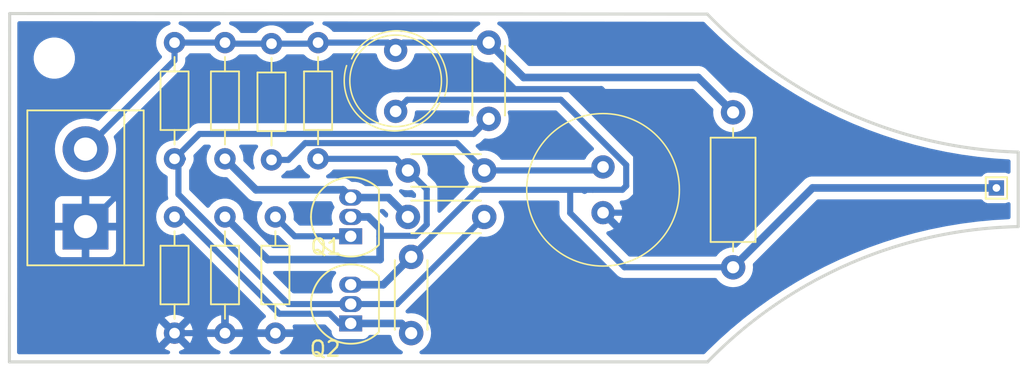
<source format=kicad_pcb>
(kicad_pcb (version 20240108) (generator "pcbnew") (generator_version "8.0")
  (layers (0 "F.Cu" signal) (31 "B.Cu" signal) (34 "B.Paste" user) (35 "F.Paste" user) (36 "B.SilkS" user "B.Silkscreen") (37 "F.SilkS" user "F.Silkscreen") (38 "B.Mask" user) (39 "F.Mask" user) (44 "Edge.Cuts" user))
  (net 0 "")
  (net 1 "Net-(Q1-B)")
  (net 2 "Net-(MK1-+)")
  (net 3 "Net-(Q2-B)")
  (net 4 "Net-(Q1-C)")
  (net 5 "Net-(J2-Pin_1)")
  (net 6 "Net-(Q2-E)")
  (net 7 "Net-(J1-Pin_2)")
  (net 8 "GND")
  (net 9 "Net-(Q1-E)")
  (footprint "Audio_Module:Microphone electret" (layer "F.Cu") (at 148.59 93.472 90)
    (property "Reference" "MK1" (hide yes))
    (property "Value" "Microphone")
    (fp_circle (center 0 -7.5) (end 5 -7.5) (stroke (width 0.1)) (fill none) (layer "F.SilkS"))
    (pad "1" thru_hole circle (at -1.5 -7.5 90) (size 1.524 1.524) (drill 0.762) (layers "*.Cu" "*.Mask") (net 8 "GND"))
    (pad "2" thru_hole circle (at 1.5 -7.5 90) (size 1.524 1.524) (drill 0.762) (layers "*.Cu" "*.Mask") (net 2 "Net-(MK1-+)"))
  )
  (footprint "TestPoint:TestPoint_THTPad_1.0x1.0mm_Drill0.5mm" (layer "F.Cu") (at 166.85 93.35)
    (property "Reference" "J2" (hide yes))
    (property "Value" "Antenna")
    (fp_line (start -0.7 -0.7) (end 0.7 -0.7) (stroke (width 0.12)) (layer "F.SilkS"))
    (fp_line (start -0.7 0.7) (end -0.7 -0.7) (stroke (width 0.12)) (layer "F.SilkS"))
    (fp_line (start 0.7 -0.7) (end 0.7 0.7) (stroke (width 0.12)) (layer "F.SilkS"))
    (fp_line (start 0.7 0.7) (end -0.7 0.7) (stroke (width 0.12)) (layer "F.SilkS"))
    (pad "1" thru_hole rect (at 0 0) (size 1 1) (drill 0.5) (layers "*.Cu" "*.Mask") (net 5 "Net-(J2-Pin_1)"))
  )
  (footprint "Package_TO_SOT_THT:TO-92_Inline" (layer "F.Cu") (at 124.566 96.52 90)
    (property "Reference" "Q1" (at -0.68 -1.625 180) (layer "F.SilkS"))
    (property "Value" "2N3904")
    (fp_line (start -0.53 1.85) (end 3.07 1.85) (stroke (width 0.12)) (layer "F.SilkS"))
    (fp_arc (start 1.27 -2.6) (mid 3.672087 -0.994977) (end 3.108478 1.838478) (stroke (width 0.12)) (layer "F.SilkS"))
    (fp_arc (start -0.568478 1.838478) (mid -1.132087 -0.994977) (end 1.27 -2.6) (stroke (width 0.12)) (layer "F.SilkS"))
    (pad "1" thru_hole rect (at 0 0 90) (size 1.05 1.5) (drill 0.75) (layers "*.Cu" "*.Mask") (net 9 "Net-(Q1-E)"))
    (pad "2" thru_hole oval (at 1.27 0 90) (size 1.05 1.5) (drill 0.75) (layers "*.Cu" "*.Mask") (net 1 "Net-(Q1-B)"))
    (pad "3" thru_hole oval (at 2.54 0 90) (size 1.05 1.5) (drill 0.75) (layers "*.Cu" "*.Mask") (net 4 "Net-(Q1-C)"))
  )
  (footprint "Capacitor_THT:caps_trimmer" (layer "F.Cu") (at 123.008 86.328 -90)
    (property "Reference" "C5" (hide yes))
    (property "Value" "4-40pF")
    (fp_arc (start -1.443033 -1.615802) (mid -3.046704 -5.796552) (end 1 -7.713482) (stroke (width 0.1)) (layer "F.SilkS"))
    (fp_arc (start 1.443033 -7.384197) (mid 3.046703 -3.203448) (end -1 -1.286519) (stroke (width 0.1)) (layer "F.SilkS"))
    (fp_circle (center 0 -4.5) (end 3 -4.5) (stroke (width 0.1)) (fill none) (layer "F.SilkS"))
    (pad "1" thru_hole circle (at -2 -4.5 270) (size 1.524 1.524) (drill 0.762) (layers "*.Cu" "*.Mask") (net 7 "Net-(J1-Pin_2)"))
    (pad "2" thru_hole circle (at 2 -4.5 270) (size 1.524 1.524) (drill 0.762) (layers "*.Cu" "*.Mask") (net 5 "Net-(J2-Pin_1)"))
  )
  (footprint "Capacitor_THT:C_Disc_D4.3mm_W1.9mm_P5.00mm" (layer "F.Cu") (at 128.31 95.25)
    (property "Reference" "C2" (hide yes))
    (property "Value" "0.1uF")
    (fp_line (start 0.23 -1.07) (end 0.23 -1.055) (stroke (width 0.12)) (layer "F.SilkS"))
    (fp_line (start 0.23 -1.07) (end 4.77 -1.07) (stroke (width 0.12)) (layer "F.SilkS"))
    (fp_line (start 0.23 1.055) (end 0.23 1.07) (stroke (width 0.12)) (layer "F.SilkS"))
    (fp_line (start 0.23 1.07) (end 4.77 1.07) (stroke (width 0.12)) (layer "F.SilkS"))
    (fp_line (start 4.77 -1.07) (end 4.77 -1.055) (stroke (width 0.12)) (layer "F.SilkS"))
    (fp_line (start 4.77 1.055) (end 4.77 1.07) (stroke (width 0.12)) (layer "F.SilkS"))
    (pad "1" thru_hole circle (at 0 0) (size 1.6 1.6) (drill 0.8) (layers "*.Cu" "*.Mask") (net 4 "Net-(Q1-C)"))
    (pad "2" thru_hole circle (at 5 0) (size 1.6 1.6) (drill 0.8) (layers "*.Cu" "*.Mask") (net 3 "Net-(Q2-B)"))
  )
  (footprint "Capacitor_THT:C_Disc_D4.3mm_W1.9mm_P5.00mm" (layer "F.Cu") (at 133.31 92.202 180)
    (property "Reference" "C1" (hide yes))
    (property "Value" "0.1uF")
    (fp_line (start 4.77 1.055) (end 4.77 1.07) (stroke (width 0.12)) (layer "F.SilkS"))
    (fp_line (start 4.77 -1.07) (end 4.77 -1.055) (stroke (width 0.12)) (layer "F.SilkS"))
    (fp_line (start 0.23 1.07) (end 4.77 1.07) (stroke (width 0.12)) (layer "F.SilkS"))
    (fp_line (start 0.23 1.055) (end 0.23 1.07) (stroke (width 0.12)) (layer "F.SilkS"))
    (fp_line (start 0.23 -1.07) (end 4.77 -1.07) (stroke (width 0.12)) (layer "F.SilkS"))
    (fp_line (start 0.23 -1.07) (end 0.23 -1.055) (stroke (width 0.12)) (layer "F.SilkS"))
    (pad "1" thru_hole circle (at 0 0 180) (size 1.6 1.6) (drill 0.8) (layers "*.Cu" "*.Mask") (net 2 "Net-(MK1-+)"))
    (pad "2" thru_hole circle (at 5 0 180) (size 1.6 1.6) (drill 0.8) (layers "*.Cu" "*.Mask") (net 1 "Net-(Q1-B)"))
  )
  (footprint "MountingHole:MountingHole_2.2mm_M2" (layer "F.Cu") (at 105.156 84.836)
    (property "Reference" "H1" (hide yes))
    (property "Value" "MountingHole" (hide yes))
    (pad "" np_thru_hole circle (at 0 0) (size 2.2 2.2) (drill 2.2) (layers "*.Cu" "*.Mask"))
  )
  (footprint "Resistor_THT:R_Axial_DIN0204_L3.6mm_D1.6mm_P7.62mm_Horizontal" (layer "F.Cu") (at 116.332 83.82 -90)
    (property "Reference" "R3" (hide yes))
    (property "Value" "10K")
    (fp_line (start 1.89 0.92) (end 5.73 0.92) (stroke (width 0.12)) (layer "F.SilkS"))
    (fp_line (start 5.73 0.92) (end 5.73 -0.92) (stroke (width 0.12)) (layer "F.SilkS"))
    (fp_line (start 0.94 0) (end 1.89 0) (stroke (width 0.12)) (layer "F.SilkS"))
    (fp_line (start 6.68 0) (end 5.73 0) (stroke (width 0.12)) (layer "F.SilkS"))
    (fp_line (start 1.89 -0.92) (end 1.89 0.92) (stroke (width 0.12)) (layer "F.SilkS"))
    (fp_line (start 5.73 -0.92) (end 1.89 -0.92) (stroke (width 0.12)) (layer "F.SilkS"))
    (pad "1" thru_hole circle (at 0 0 270) (size 1.4 1.4) (drill 0.7) (layers "*.Cu" "*.Mask") (net 7 "Net-(J1-Pin_2)"))
    (pad "2" thru_hole oval (at 7.62 0 270) (size 1.4 1.4) (drill 0.7) (layers "*.Cu" "*.Mask") (net 4 "Net-(Q1-C)"))
  )
  (footprint "Resistor_THT:R_Axial_DIN0204_L3.6mm_D1.6mm_P7.62mm_Horizontal" (layer "F.Cu") (at 116.332 95.25 -90)
    (property "Reference" "R6" (hide yes))
    (property "Value" "100K")
    (fp_line (start 1.89 0.92) (end 5.73 0.92) (stroke (width 0.12)) (layer "F.SilkS"))
    (fp_line (start 5.73 0.92) (end 5.73 -0.92) (stroke (width 0.12)) (layer "F.SilkS"))
    (fp_line (start 0.94 0) (end 1.89 0) (stroke (width 0.12)) (layer "F.SilkS"))
    (fp_line (start 6.68 0) (end 5.73 0) (stroke (width 0.12)) (layer "F.SilkS"))
    (fp_line (start 1.89 -0.92) (end 1.89 0.92) (stroke (width 0.12)) (layer "F.SilkS"))
    (fp_line (start 5.73 -0.92) (end 1.89 -0.92) (stroke (width 0.12)) (layer "F.SilkS"))
    (pad "1" thru_hole circle (at 0 0 270) (size 1.4 1.4) (drill 0.7) (layers "*.Cu" "*.Mask") (net 1 "Net-(Q1-B)"))
    (pad "2" thru_hole oval (at 7.62 0 270) (size 1.4 1.4) (drill 0.7) (layers "*.Cu" "*.Mask") (net 8 "GND"))
  )
  (footprint "Resistor_THT:R_Axial_DIN0204_L3.6mm_D1.6mm_P7.62mm_Horizontal" (layer "F.Cu") (at 119.38 83.89 -90)
    (property "Reference" "R1" (hide yes))
    (property "Value" "10K")
    (fp_line (start 1.89 0.92) (end 5.73 0.92) (stroke (width 0.12)) (layer "F.SilkS"))
    (fp_line (start 5.73 0.92) (end 5.73 -0.92) (stroke (width 0.12)) (layer "F.SilkS"))
    (fp_line (start 0.94 0) (end 1.89 0) (stroke (width 0.12)) (layer "F.SilkS"))
    (fp_line (start 6.68 0) (end 5.73 0) (stroke (width 0.12)) (layer "F.SilkS"))
    (fp_line (start 1.89 -0.92) (end 1.89 0.92) (stroke (width 0.12)) (layer "F.SilkS"))
    (fp_line (start 5.73 -0.92) (end 1.89 -0.92) (stroke (width 0.12)) (layer "F.SilkS"))
    (pad "1" thru_hole circle (at 0 0 270) (size 1.4 1.4) (drill 0.7) (layers "*.Cu" "*.Mask") (net 7 "Net-(J1-Pin_2)"))
    (pad "2" thru_hole oval (at 7.62 0 270) (size 1.4 1.4) (drill 0.7) (layers "*.Cu" "*.Mask") (net 2 "Net-(MK1-+)"))
  )
  (footprint "Capacitor_THT:C_Disc_D4.3mm_W1.9mm_P5.00mm" (layer "F.Cu") (at 128.524 97.87 -90)
    (property "Reference" "C3" (hide yes))
    (property "Value" "4.7pF")
    (fp_line (start 0.23 1.07) (end 4.77 1.07) (stroke (width 0.12)) (layer "F.SilkS"))
    (fp_line (start 0.23 1.055) (end 0.23 1.07) (stroke (width 0.12)) (layer "F.SilkS"))
    (fp_line (start 4.77 1.055) (end 4.77 1.07) (stroke (width 0.12)) (layer "F.SilkS"))
    (fp_line (start 0.23 -1.07) (end 0.23 -1.055) (stroke (width 0.12)) (layer "F.SilkS"))
    (fp_line (start 0.23 -1.07) (end 4.77 -1.07) (stroke (width 0.12)) (layer "F.SilkS"))
    (fp_line (start 4.77 -1.07) (end 4.77 -1.055) (stroke (width 0.12)) (layer "F.SilkS"))
    (pad "1" thru_hole circle (at 0 0 270) (size 1.6 1.6) (drill 0.8) (layers "*.Cu" "*.Mask") (net 5 "Net-(J2-Pin_1)"))
    (pad "2" thru_hole circle (at 5 0 270) (size 1.6 1.6) (drill 0.8) (layers "*.Cu" "*.Mask") (net 6 "Net-(Q2-E)"))
  )
  (footprint "Inductor_THT:L_Axial_L6.6mm_D2.7mm_P10.16mm_Horizontal_Vishay_IM-2" (layer "F.Cu") (at 149.606 88.392 -90)
    (property "Reference" "L1" (hide yes))
    (property "Value" "0.1uH")
    (fp_line (start 1.66 1.47) (end 8.5 1.47) (stroke (width 0.12)) (layer "F.SilkS"))
    (fp_line (start 8.5 1.47) (end 8.5 -1.47) (stroke (width 0.12)) (layer "F.SilkS"))
    (fp_line (start 1.04 0) (end 1.66 0) (stroke (width 0.12)) (layer "F.SilkS"))
    (fp_line (start 9.12 0) (end 8.5 0) (stroke (width 0.12)) (layer "F.SilkS"))
    (fp_line (start 1.66 -1.47) (end 1.66 1.47) (stroke (width 0.12)) (layer "F.SilkS"))
    (fp_line (start 8.5 -1.47) (end 1.66 -1.47) (stroke (width 0.12)) (layer "F.SilkS"))
    (pad "1" thru_hole circle (at 0 0 270) (size 1.6 1.6) (drill 0.8) (layers "*.Cu" "*.Mask") (net 7 "Net-(J1-Pin_2)"))
    (pad "2" thru_hole oval (at 10.16 0 270) (size 1.6 1.6) (drill 0.8) (layers "*.Cu" "*.Mask") (net 5 "Net-(J2-Pin_1)"))
  )
  (footprint "Resistor_THT:R_Axial_DIN0204_L3.6mm_D1.6mm_P7.62mm_Horizontal" (layer "F.Cu") (at 122.428 83.82 -90)
    (property "Reference" "R2" (hide yes))
    (property "Value" "1M")
    (fp_line (start 1.89 0.92) (end 5.73 0.92) (stroke (width 0.12)) (layer "F.SilkS"))
    (fp_line (start 5.73 0.92) (end 5.73 -0.92) (stroke (width 0.12)) (layer "F.SilkS"))
    (fp_line (start 0.94 0) (end 1.89 0) (stroke (width 0.12)) (layer "F.SilkS"))
    (fp_line (start 6.68 0) (end 5.73 0) (stroke (width 0.12)) (layer "F.SilkS"))
    (fp_line (start 1.89 -0.92) (end 1.89 0.92) (stroke (width 0.12)) (layer "F.SilkS"))
    (fp_line (start 5.73 -0.92) (end 1.89 -0.92) (stroke (width 0.12)) (layer "F.SilkS"))
    (pad "1" thru_hole circle (at 0 0 270) (size 1.4 1.4) (drill 0.7) (layers "*.Cu" "*.Mask") (net 7 "Net-(J1-Pin_2)"))
    (pad "2" thru_hole oval (at 7.62 0 270) (size 1.4 1.4) (drill 0.7) (layers "*.Cu" "*.Mask") (net 1 "Net-(Q1-B)"))
  )
  (footprint "Resistor_THT:R_Axial_DIN0204_L3.6mm_D1.6mm_P7.62mm_Horizontal" (layer "F.Cu") (at 113.03 102.87 90)
    (property "Reference" "R7" (hide yes))
    (property "Value" "1K")
    (fp_line (start 5.73 -0.92) (end 1.89 -0.92) (stroke (width 0.12)) (layer "F.SilkS"))
    (fp_line (start 1.89 -0.92) (end 1.89 0.92) (stroke (width 0.12)) (layer "F.SilkS"))
    (fp_line (start 6.68 0) (end 5.73 0) (stroke (width 0.12)) (layer "F.SilkS"))
    (fp_line (start 0.94 0) (end 1.89 0) (stroke (width 0.12)) (layer "F.SilkS"))
    (fp_line (start 5.73 0.92) (end 5.73 -0.92) (stroke (width 0.12)) (layer "F.SilkS"))
    (fp_line (start 1.89 0.92) (end 5.73 0.92) (stroke (width 0.12)) (layer "F.SilkS"))
    (pad "1" thru_hole circle (at 0 0 90) (size 1.4 1.4) (drill 0.7) (layers "*.Cu" "*.Mask") (net 8 "GND"))
    (pad "2" thru_hole oval (at 7.62 0 90) (size 1.4 1.4) (drill 0.7) (layers "*.Cu" "*.Mask") (net 6 "Net-(Q2-E)"))
  )
  (footprint "TerminalBlock:TerminalBlock_bornier-2_P5.08mm" (layer "F.Cu") (at 107.2 95.885 90)
    (property "Reference" "J1" (hide yes))
    (property "Value" "Vin-9V")
    (fp_line (start 7.62 -3.81) (end -2.54 -3.81) (stroke (width 0.12)) (layer "F.SilkS"))
    (fp_line (start -2.54 -3.81) (end -2.54 3.81) (stroke (width 0.12)) (layer "F.SilkS"))
    (fp_line (start 7.62 2.54) (end -2.54 2.54) (stroke (width 0.12)) (layer "F.SilkS"))
    (fp_line (start 7.62 3.81) (end 7.62 -3.81) (stroke (width 0.12)) (layer "F.SilkS"))
    (fp_line (start -2.54 3.81) (end 7.62 3.81) (stroke (width 0.12)) (layer "F.SilkS"))
    (pad "1" thru_hole rect (at 0 0 90) (size 3 3) (drill 1.52) (layers "*.Cu" "*.Mask") (net 8 "GND"))
    (pad "2" thru_hole circle (at 5.08 0 90) (size 3 3) (drill 1.52) (layers "*.Cu" "*.Mask") (net 7 "Net-(J1-Pin_2)"))
  )
  (footprint "Resistor_THT:R_Axial_DIN0204_L3.6mm_D1.6mm_P7.62mm_Horizontal" (layer "F.Cu") (at 119.634 95.25 -90)
    (property "Reference" "R5" (hide yes))
    (property "Value" "100")
    (fp_line (start 1.89 0.92) (end 5.73 0.92) (stroke (width 0.12)) (layer "F.SilkS"))
    (fp_line (start 5.73 0.92) (end 5.73 -0.92) (stroke (width 0.12)) (layer "F.SilkS"))
    (fp_line (start 0.94 0) (end 1.89 0) (stroke (width 0.12)) (layer "F.SilkS"))
    (fp_line (start 6.68 0) (end 5.73 0) (stroke (width 0.12)) (layer "F.SilkS"))
    (fp_line (start 1.89 -0.92) (end 1.89 0.92) (stroke (width 0.12)) (layer "F.SilkS"))
    (fp_line (start 5.73 -0.92) (end 1.89 -0.92) (stroke (width 0.12)) (layer "F.SilkS"))
    (pad "1" thru_hole circle (at 0 0 270) (size 1.4 1.4) (drill 0.7) (layers "*.Cu" "*.Mask") (net 9 "Net-(Q1-E)"))
    (pad "2" thru_hole oval (at 7.62 0 270) (size 1.4 1.4) (drill 0.7) (layers "*.Cu" "*.Mask") (net 8 "GND"))
  )
  (footprint "Package_TO_SOT_THT:TO-92_Inline" (layer "F.Cu") (at 124.566 102.235 90)
    (property "Reference" "Q2" (at -1.665 -1.675 180) (layer "F.SilkS"))
    (property "Value" "2N3904")
    (fp_line (start -0.53 1.85) (end 3.07 1.85) (stroke (width 0.12)) (layer "F.SilkS"))
    (fp_arc (start 1.27 -2.6) (mid 3.672087 -0.994977) (end 3.108478 1.838478) (stroke (width 0.12)) (layer "F.SilkS"))
    (fp_arc (start -0.568478 1.838478) (mid -1.132087 -0.994977) (end 1.27 -2.6) (stroke (width 0.12)) (layer "F.SilkS"))
    (pad "1" thru_hole rect (at 0 0 90) (size 1.05 1.5) (drill 0.75) (layers "*.Cu" "*.Mask") (net 6 "Net-(Q2-E)"))
    (pad "2" thru_hole oval (at 1.27 0 90) (size 1.05 1.5) (drill 0.75) (layers "*.Cu" "*.Mask") (net 3 "Net-(Q2-B)"))
    (pad "3" thru_hole oval (at 2.54 0 90) (size 1.05 1.5) (drill 0.75) (layers "*.Cu" "*.Mask") (net 5 "Net-(J2-Pin_1)"))
  )
  (footprint "Capacitor_THT:C_Disc_D4.3mm_W1.9mm_P5.00mm" (layer "F.Cu") (at 133.604 83.82 -90)
    (property "Reference" "C4" (hide yes))
    (property "Value" "0.01uF")
    (fp_line (start 0.23 1.07) (end 4.77 1.07) (stroke (width 0.12)) (layer "F.SilkS"))
    (fp_line (start 0.23 1.055) (end 0.23 1.07) (stroke (width 0.12)) (layer "F.SilkS"))
    (fp_line (start 4.77 1.055) (end 4.77 1.07) (stroke (width 0.12)) (layer "F.SilkS"))
    (fp_line (start 0.23 -1.07) (end 0.23 -1.055) (stroke (width 0.12)) (layer "F.SilkS"))
    (fp_line (start 0.23 -1.07) (end 4.77 -1.07) (stroke (width 0.12)) (layer "F.SilkS"))
    (fp_line (start 4.77 -1.07) (end 4.77 -1.055) (stroke (width 0.12)) (layer "F.SilkS"))
    (pad "1" thru_hole circle (at 0 0 270) (size 1.6 1.6) (drill 0.8) (layers "*.Cu" "*.Mask") (net 7 "Net-(J1-Pin_2)"))
    (pad "2" thru_hole circle (at 5 0 270) (size 1.6 1.6) (drill 0.8) (layers "*.Cu" "*.Mask") (net 3 "Net-(Q2-B)"))
  )
  (footprint "Resistor_THT:R_Axial_DIN0204_L3.6mm_D1.6mm_P7.62mm_Horizontal" (layer "F.Cu") (at 113.03 83.82 -90)
    (property "Reference" "R4" (hide yes))
    (property "Value" "10K")
    (fp_line (start 1.89 0.92) (end 5.73 0.92) (stroke (width 0.12)) (layer "F.SilkS"))
    (fp_line (start 5.73 0.92) (end 5.73 -0.92) (stroke (width 0.12)) (layer "F.SilkS"))
    (fp_line (start 0.94 0) (end 1.89 0) (stroke (width 0.12)) (layer "F.SilkS"))
    (fp_line (start 6.68 0) (end 5.73 0) (stroke (width 0.12)) (layer "F.SilkS"))
    (fp_line (start 1.89 -0.92) (end 1.89 0.92) (stroke (width 0.12)) (layer "F.SilkS"))
    (fp_line (start 5.73 -0.92) (end 1.89 -0.92) (stroke (width 0.12)) (layer "F.SilkS"))
    (pad "1" thru_hole circle (at 0 0 270) (size 1.4 1.4) (drill 0.7) (layers "*.Cu" "*.Mask") (net 7 "Net-(J1-Pin_2)"))
    (pad "2" thru_hole oval (at 7.62 0 270) (size 1.4 1.4) (drill 0.7) (layers "*.Cu" "*.Mask") (net 3 "Net-(Q2-B)"))
  )
  (gr_line (start 147.935175 104.755776) (end 102.215175 104.755776) (stroke (width 0.2)) (layer "Edge.Cuts"))
  (gr_arc (start 147.935175 104.755776) (mid 157.230154 98.314251) (end 168.275 95.885) (stroke (width 0.2)) (layer "Edge.Cuts"))
  (gr_line (start 102.235 81.915) (end 147.917829 81.950694) (stroke (width 0.2)) (layer "Edge.Cuts"))
  (gr_arc (start 168.275 91) (mid 157.208952 88.471769) (end 147.917829 81.950694) (stroke (width 0.2)) (layer "Edge.Cuts"))
  (gr_line (start 168.275 95.885) (end 168.275 91) (stroke (width 0.2)) (layer "Edge.Cuts"))
  (gr_line (start 102.215175 104.755776) (end 102.235 81.915) (stroke (width 0.2)) (layer "Edge.Cuts"))
  (segment (start 125.73 95.25) (end 126.492 96.012) (width 0.5) (layer "B.Cu") (net 1))
  (segment (start 119.126 98.044) (end 116.332 95.25) (width 0.5) (layer "B.Cu") (net 1))
  (segment (start 129.5447 93.4367) (end 129.5447 95.7515) (width 0.4) (layer "B.Cu") (net 1))
  (segment (start 126.492 98.044) (end 119.126 98.044) (width 0.5) (layer "B.Cu") (net 1))
  (segment (start 124.566 95.25) (end 125.73 95.25) (width 0.5) (layer "B.Cu") (net 1))
  (segment (start 127.548 91.44) (end 128.31 92.202) (width 0.4) (layer "B.Cu") (net 1))
  (segment (start 126.492 96.52) (end 126.492 98.044) (width 0.5) (layer "B.Cu") (net 1))
  (segment (start 126.492 96.012) (end 126.492 96.52) (width 0.5) (layer "B.Cu") (net 1))
  (segment (start 129.5447 95.7515) (end 128.8077 96.4885) (width 0.4) (layer "B.Cu") (net 1))
  (segment (start 128.31 92.202) (end 129.5447 93.4367) (width 0.4) (layer "B.Cu") (net 1))
  (segment (start 122.428 91.44) (end 127.548 91.44) (width 0.4) (layer "B.Cu") (net 1))
  (segment (start 126.5235 96.4885) (end 126.492 96.52) (width 0.4) (layer "B.Cu") (net 1))
  (segment (start 128.8077 96.4885) (end 126.5235 96.4885) (width 0.4) (layer "B.Cu") (net 1))
  (segment (start 120.4817 91.51) (end 121.5819 90.4098) (width 0.4) (layer "B.Cu") (net 2))
  (segment (start 119.38 91.51) (end 120.4817 91.51) (width 0.4) (layer "B.Cu") (net 2))
  (segment (start 121.5819 90.4098) (end 131.5178 90.4098) (width 0.4) (layer "B.Cu") (net 2))
  (segment (start 140.86 92.202) (end 133.31 92.202) (width 0.4) (layer "B.Cu") (net 2))
  (segment (start 141.09 91.972) (end 140.86 92.202) (width 0.4) (layer "B.Cu") (net 2))
  (segment (start 131.5178 90.4098) (end 133.31 92.202) (width 0.4) (layer "B.Cu") (net 2))
  (segment (start 124.566 100.965) (end 127.595 100.965) (width 0.4) (layer "B.Cu") (net 3))
  (segment (start 127.595 100.965) (end 133.31 95.25) (width 0.4) (layer "B.Cu") (net 3))
  (segment (start 113.03 91.44) (end 113.5809 91.44) (width 0.4) (layer "B.Cu") (net 3))
  (segment (start 113.03 91.44) (end 114.6619 89.8081) (width 0.4) (layer "B.Cu") (net 3))
  (segment (start 120.4832 100.965) (end 124.566 100.965) (width 0.4) (layer "B.Cu") (net 3))
  (segment (start 113.284 93.7658) (end 120.4832 100.965) (width 0.4) (layer "B.Cu") (net 3))
  (segment (start 114.6619 89.8081) (end 132.6159 89.8081) (width 0.4) (layer "B.Cu") (net 3))
  (segment (start 132.6159 89.8081) (end 133.604 88.82) (width 0.4) (layer "B.Cu") (net 3))
  (segment (start 113.03 91.44) (end 113.284 91.694) (width 0.4) (layer "B.Cu") (net 3))
  (segment (start 113.284 91.694) (end 113.284 93.7658) (width 0.4) (layer "B.Cu") (net 3))
  (segment (start 127.04 93.98) (end 124.566 93.98) (width 0.5) (layer "B.Cu") (net 4))
  (segment (start 116.332 91.44) (end 118.364 93.472) (width 0.5) (layer "B.Cu") (net 4))
  (segment (start 128.31 95.25) (end 127.04 93.98) (width 0.5) (layer "B.Cu") (net 4))
  (segment (start 124.058 93.472) (end 124.566 93.98) (width 0.5) (layer "B.Cu") (net 4))
  (segment (start 118.364 93.472) (end 124.058 93.472) (width 0.5) (layer "B.Cu") (net 4))
  (segment (start 139.954 93.472) (end 140.4157 93.472) (width 0.4) (layer "B.Cu") (net 5))
  (segment (start 128.524 97.87) (end 128.922233 97.87) (width 0.5) (layer "B.Cu") (net 5))
  (segment (start 139.8802 93.5458) (end 139.954 93.472) (width 0.4) (layer "B.Cu") (net 5))
  (segment (start 142.352 93.472) (end 140.4157 93.472) (width 0.4) (layer "B.Cu") (net 5))
  (segment (start 132.922 93.472) (end 138.938 93.472) (width 0.4) (layer "B.Cu") (net 5))
  (segment (start 149.606 98.552) (end 142.494 98.552) (width 0.4) (layer "B.Cu") (net 5))
  (segment (start 138.938 93.472) (end 139.954 93.472) (width 0.4) (layer "B.Cu") (net 5))
  (segment (start 142.494 98.552) (end 138.938 94.996) (width 0.4) (layer "B.Cu") (net 5))
  (segment (start 138.327318 87.566001) (end 142.606 91.844683) (width 0.4) (layer "B.Cu") (net 5))
  (segment (start 142.606 93.218) (end 142.352 93.472) (width 0.4) (layer "B.Cu") (net 5))
  (segment (start 138.938 94.996) (end 138.938 93.472) (width 0.4) (layer "B.Cu") (net 5))
  (segment (start 128.524 97.87) (end 132.922 93.472) (width 0.4) (layer "B.Cu") (net 5))
  (segment (start 128.269999 87.566001) (end 138.327318 87.566001) (width 0.4) (layer "B.Cu") (net 5))
  (segment (start 126.699 99.695) (end 128.524 97.87) (width 0.5) (layer "B.Cu") (net 5))
  (segment (start 127.508 88.328) (end 128.269999 87.566001) (width 0.4) (layer "B.Cu") (net 5))
  (segment (start 149.606 98.552) (end 154.808 93.35) (width 0.5) (layer "B.Cu") (net 5))
  (segment (start 142.606 91.844683) (end 142.606 93.218) (width 0.4) (layer "B.Cu") (net 5))
  (segment (start 154.808 93.35) (end 166.85 93.35) (width 0.5) (layer "B.Cu") (net 5))
  (segment (start 124.566 99.695) (end 126.699 99.695) (width 0.5) (layer "B.Cu") (net 5))
  (segment (start 123.825 102.235) (end 124.566 102.235) (width 0.4) (layer "B.Cu") (net 6))
  (segment (start 128.524 102.87) (end 127.889 102.235) (width 0.5) (layer "B.Cu") (net 6))
  (segment (start 113.03 95.25) (end 113.538 95.25) (width 0.4) (layer "B.Cu") (net 6))
  (segment (start 127.889 102.235) (end 124.566 102.235) (width 0.5) (layer "B.Cu") (net 6))
  (segment (start 123.19 101.6) (end 123.825 102.235) (width 0.4) (layer "B.Cu") (net 6))
  (segment (start 113.538 95.25) (end 119.888 101.6) (width 0.4) (layer "B.Cu") (net 6))
  (segment (start 119.888 101.6) (end 123.19 101.6) (width 0.4) (layer "B.Cu") (net 6))
  (segment (start 128.016 83.82) (end 127.508 84.328) (width 0.4) (layer "B.Cu") (net 7))
  (segment (start 122.358 83.89) (end 122.428 83.82) (width 0.4) (layer "B.Cu") (net 7))
  (segment (start 127 83.82) (end 122.428 83.82) (width 0.4) (layer "B.Cu") (net 7))
  (segment (start 119.38 83.89) (end 122.358 83.89) (width 0.4) (layer "B.Cu") (net 7))
  (segment (start 119.38 83.89) (end 116.402 83.89) (width 0.4) (layer "B.Cu") (net 7))
  (segment (start 127.508 84.1315) (end 127.508 84.328) (width 0.4) (layer "B.Cu") (net 7))
  (segment (start 116.402 83.89) (end 116.332 83.82) (width 0.4) (layer "B.Cu") (net 7))
  (segment (start 127.508 84.328) (end 127 83.82) (width 0.4) (layer "B.Cu") (net 7))
  (segment (start 107.2 90.805) (end 113.03 84.975) (width 0.4) (layer "B.Cu") (net 7))
  (segment (start 133.604 83.82) (end 135.89 86.106) (width 0.5) (layer "B.Cu") (net 7))
  (segment (start 113.03 84.975) (end 113.03 83.82) (width 0.4) (layer "B.Cu") (net 7))
  (segment (start 113.03 83.82) (end 116.332 83.82) (width 0.4) (layer "B.Cu") (net 7))
  (segment (start 127.3115 83.935) (end 127.508 84.1315) (width 0.4) (layer "B.Cu") (net 7))
  (segment (start 133.604 83.82) (end 128.016 83.82) (width 0.4) (layer "B.Cu") (net 7))
  (segment (start 135.89 86.106) (end 147.32 86.106) (width 0.5) (layer "B.Cu") (net 7))
  (segment (start 147.32 86.106) (end 149.606 88.392) (width 0.5) (layer "B.Cu") (net 7))
  (segment (start 133.604 84.1315) (end 133.604 83.82) (width 0.4) (layer "B.Cu") (net 7))
  (segment (start 109.601 95.885) (end 110.998 97.282) (width 0.4) (layer "B.Cu") (net 8))
  (segment (start 107.2 95.885) (end 109.601 95.885) (width 0.4) (layer "B.Cu") (net 8))
  (segment (start 143.256 89.154) (end 143.256 94.234) (width 0.4) (layer "B.Cu") (net 8))
  (segment (start 110.998 100.838) (end 113.03 102.87) (width 0.4) (layer "B.Cu") (net 8))
  (segment (start 110.998 88.9) (end 113.03 86.868) (width 0.4) (layer "B.Cu") (net 8))
  (segment (start 142.518 94.972) (end 141.09 94.972) (width 0.4) (layer "B.Cu") (net 8))
  (segment (start 110.998 92.087) (end 110.998 88.9) (width 0.4) (layer "B.Cu") (net 8))
  (segment (start 119.634 102.87) (end 116.332 102.87) (width 0.4) (layer "B.Cu") (net 8))
  (segment (start 107.2 95.885) (end 110.998 92.087) (width 0.4) (layer "B.Cu") (net 8))
  (segment (start 107.2 97.04) (end 107.2 95.885) (width 0.5) (layer "B.Cu") (net 8))
  (segment (start 143.256 94.234) (end 142.518 94.972) (width 0.4) (layer "B.Cu") (net 8))
  (segment (start 140.97 86.868) (end 143.256 89.154) (width 0.4) (layer "B.Cu") (net 8))
  (segment (start 116.332 102.87) (end 113.03 102.87) (width 0.4) (layer "B.Cu") (net 8))
  (segment (start 110.998 97.282) (end 110.998 100.838) (width 0.4) (layer "B.Cu") (net 8))
  (segment (start 113.03 86.868) (end 140.97 86.868) (width 0.4) (layer "B.Cu") (net 8))
  (segment (start 120.904 96.52) (end 124.566 96.52) (width 0.4) (layer "B.Cu") (net 9))
  (segment (start 119.634 95.25) (end 120.904 96.52) (width 0.4) (layer "B.Cu") (net 9))
  (zone (net 8) (net_name "GND") (layer "B.Cu") (connect_pads (clearance 0.5)) (min_thickness 0.25) (fill yes (thermal_gap 0.5) (thermal_bridge_width 0.5) (island_removal_mode 1) (island_area_min 10))
    (polygon (pts (xy 101.6 81.026) (xy 168.656 81.026) (xy 168.656 105.41) (xy 101.6 105.41)))
  )
)
</source>
